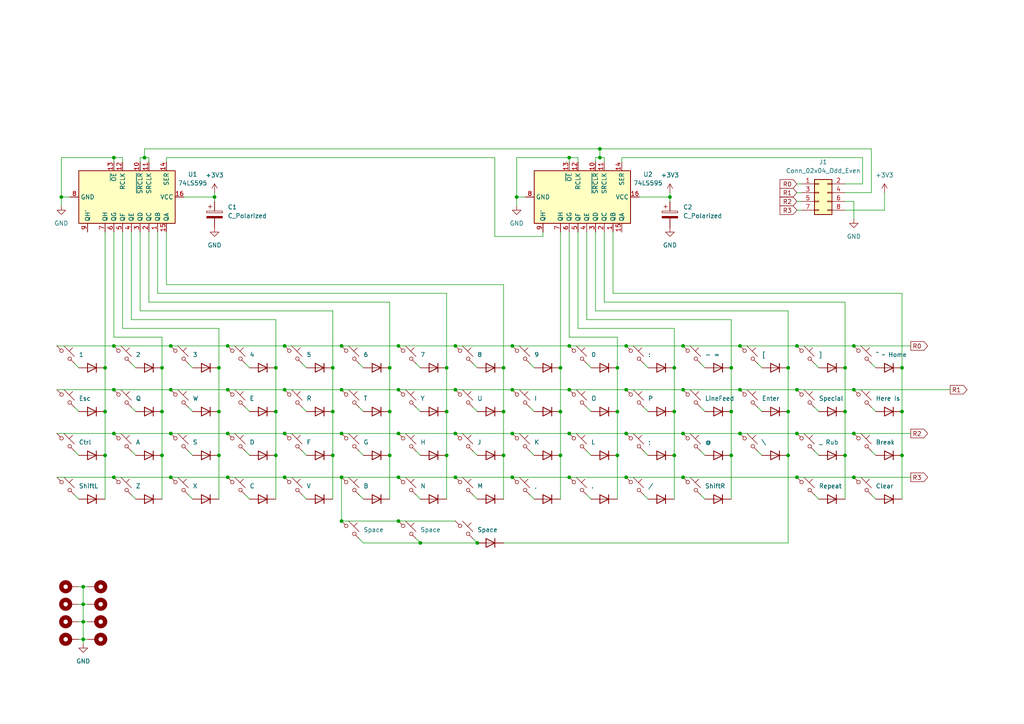
<source format=kicad_sch>
(kicad_sch (version 20211123) (generator eeschema)
  (paper "A4")
  (junction (at 33.02 100.33))
  (junction (at 162.56 106.68))
  (junction (at 148.59 113.03))
  (junction (at 96.52 106.68))
  (junction (at 146.05 106.68))
  (junction (at 247.65 138.43))
  (junction (at 24.13 175.26))
  (junction (at 24.13 170.18))
  (junction (at 115.57 113.03))
  (junction (at 148.59 125.73))
  (junction (at 82.55 113.03))
  (junction (at 132.08 138.43))
  (junction (at 261.62 106.68))
  (junction (at 212.09 132.08))
  (junction (at 99.06 125.73))
  (junction (at 165.1 45.72))
  (junction (at 165.1 113.03))
  (junction (at 96.52 119.38))
  (junction (at 63.5 106.68))
  (junction (at 49.53 100.33))
  (junction (at 82.55 100.33))
  (junction (at 99.06 151.13))
  (junction (at 121.92 157.48))
  (junction (at 149.86 57.15))
  (junction (at 181.61 113.03))
  (junction (at 245.11 106.68))
  (junction (at 214.63 125.73))
  (junction (at 99.06 113.03))
  (junction (at 80.01 119.38))
  (junction (at 66.04 100.33))
  (junction (at 132.08 125.73))
  (junction (at 63.5 119.38))
  (junction (at 129.54 106.68))
  (junction (at 113.03 119.38))
  (junction (at 228.6 119.38))
  (junction (at 228.6 132.08))
  (junction (at 179.07 106.68))
  (junction (at 162.56 119.38))
  (junction (at 33.02 45.72))
  (junction (at 132.08 100.33))
  (junction (at 66.04 125.73))
  (junction (at 30.48 106.68))
  (junction (at 165.1 138.43))
  (junction (at 49.53 138.43))
  (junction (at 148.59 138.43))
  (junction (at 30.48 119.38))
  (junction (at 66.04 113.03))
  (junction (at 24.13 180.34))
  (junction (at 115.57 125.73))
  (junction (at 17.78 57.15))
  (junction (at 173.99 43.18))
  (junction (at 181.61 138.43))
  (junction (at 195.58 106.68))
  (junction (at 181.61 100.33))
  (junction (at 115.57 100.33))
  (junction (at 198.12 100.33))
  (junction (at 173.99 45.72))
  (junction (at 115.57 151.13))
  (junction (at 41.91 45.72))
  (junction (at 162.56 132.08))
  (junction (at 146.05 132.08))
  (junction (at 33.02 125.73))
  (junction (at 247.65 113.03))
  (junction (at 46.99 132.08))
  (junction (at 231.14 100.33))
  (junction (at 247.65 125.73))
  (junction (at 99.06 100.33))
  (junction (at 198.12 113.03))
  (junction (at 49.53 125.73))
  (junction (at 129.54 119.38))
  (junction (at 179.07 132.08))
  (junction (at 247.65 100.33))
  (junction (at 195.58 119.38))
  (junction (at 231.14 113.03))
  (junction (at 24.13 185.42))
  (junction (at 46.99 119.38))
  (junction (at 66.04 138.43))
  (junction (at 181.61 125.73))
  (junction (at 212.09 119.38))
  (junction (at 214.63 100.33))
  (junction (at 132.08 113.03))
  (junction (at 245.11 132.08))
  (junction (at 261.62 132.08))
  (junction (at 165.1 125.73))
  (junction (at 62.23 57.15))
  (junction (at 231.14 125.73))
  (junction (at 80.01 106.68))
  (junction (at 195.58 132.08))
  (junction (at 82.55 138.43))
  (junction (at 228.6 106.68))
  (junction (at 148.59 100.33))
  (junction (at 99.06 138.43))
  (junction (at 212.09 106.68))
  (junction (at 115.57 138.43))
  (junction (at 129.54 132.08))
  (junction (at 82.55 125.73))
  (junction (at 261.62 119.38))
  (junction (at 245.11 119.38))
  (junction (at 198.12 125.73))
  (junction (at 113.03 132.08))
  (junction (at 231.14 138.43))
  (junction (at 96.52 132.08))
  (junction (at 30.48 132.08))
  (junction (at 46.99 106.68))
  (junction (at 33.02 113.03))
  (junction (at 194.31 57.15))
  (junction (at 33.02 138.43))
  (junction (at 198.12 138.43))
  (junction (at 165.1 100.33))
  (junction (at 80.01 132.08))
  (junction (at 146.05 119.38))
  (junction (at 113.03 106.68))
  (junction (at 49.53 113.03))
  (junction (at 214.63 113.03))
  (junction (at 179.07 119.38))
  (junction (at 138.43 157.48))
  (junction (at 63.5 132.08))
  (wire (pts (xy 172.72 45.72) (xy 173.99 45.72)))
  (wire (pts (xy 33.02 100.33) (xy 49.53 100.33)))
  (wire (pts (xy 137.16 105.41) (xy 138.43 106.68)))
  (wire (pts (xy 41.91 43.18) (xy 41.91 45.72)))
  (wire (pts (xy 212.09 92.71) (xy 212.09 106.68)))
  (wire (pts (xy 252.73 43.18) (xy 252.73 55.88)))
  (wire (pts (xy 38.1 118.11) (xy 39.37 119.38)))
  (wire (pts (xy 33.02 138.43) (xy 49.53 138.43)))
  (wire (pts (xy 71.12 118.11) (xy 72.39 119.38)))
  (wire (pts (xy 167.64 46.99) (xy 167.64 45.72)))
  (wire (pts (xy 113.03 106.68) (xy 113.03 119.38)))
  (wire (pts (xy 214.63 125.73) (xy 231.14 125.73)))
  (wire (pts (xy 82.55 125.73) (xy 99.06 125.73)))
  (wire (pts (xy 256.54 55.88) (xy 256.54 60.96)))
  (wire (pts (xy 261.62 119.38) (xy 261.62 132.08)))
  (wire (pts (xy 33.02 125.73) (xy 49.53 125.73)))
  (wire (pts (xy 252.73 105.41) (xy 254 106.68)))
  (wire (pts (xy 120.65 143.51) (xy 121.92 144.78)))
  (wire (pts (xy 212.09 106.68) (xy 212.09 119.38)))
  (wire (pts (xy 212.09 132.08) (xy 212.09 144.78)))
  (wire (pts (xy 96.52 132.08) (xy 96.52 144.78)))
  (wire (pts (xy 35.56 46.99) (xy 35.56 45.72)))
  (wire (pts (xy 120.65 156.21) (xy 121.92 157.48)))
  (wire (pts (xy 245.11 106.68) (xy 245.11 119.38)))
  (wire (pts (xy 236.22 118.11) (xy 237.49 119.38)))
  (wire (pts (xy 179.07 106.68) (xy 179.07 119.38)))
  (wire (pts (xy 104.14 156.21) (xy 105.41 157.48)))
  (wire (pts (xy 256.54 60.96) (xy 245.11 60.96)))
  (wire (pts (xy 99.06 113.03) (xy 115.57 113.03)))
  (wire (pts (xy 104.14 105.41) (xy 105.41 106.68)))
  (wire (pts (xy 22.86 170.18) (xy 24.13 170.18)))
  (wire (pts (xy 40.64 46.99) (xy 40.64 45.72)))
  (wire (pts (xy 172.72 67.31) (xy 172.72 90.17)))
  (wire (pts (xy 46.99 119.38) (xy 46.99 132.08)))
  (wire (pts (xy 185.42 57.15) (xy 194.31 57.15)))
  (wire (pts (xy 121.92 157.48) (xy 138.43 157.48)))
  (wire (pts (xy 54.61 130.81) (xy 55.88 132.08)))
  (wire (pts (xy 148.59 125.73) (xy 165.1 125.73)))
  (wire (pts (xy 203.2 130.81) (xy 204.47 132.08)))
  (wire (pts (xy 33.02 45.72) (xy 33.02 46.99)))
  (wire (pts (xy 167.64 95.25) (xy 195.58 95.25)))
  (wire (pts (xy 214.63 113.03) (xy 231.14 113.03)))
  (wire (pts (xy 245.11 58.42) (xy 247.65 58.42)))
  (wire (pts (xy 48.26 46.99) (xy 48.26 45.72)))
  (wire (pts (xy 149.86 57.15) (xy 152.4 57.15)))
  (wire (pts (xy 228.6 90.17) (xy 228.6 106.68)))
  (wire (pts (xy 181.61 113.03) (xy 198.12 113.03)))
  (wire (pts (xy 247.65 113.03) (xy 275.59 113.03)))
  (wire (pts (xy 137.16 130.81) (xy 138.43 132.08)))
  (wire (pts (xy 143.51 68.58) (xy 157.48 68.58)))
  (wire (pts (xy 17.78 57.15) (xy 17.78 59.69)))
  (wire (pts (xy 96.52 106.68) (xy 96.52 119.38)))
  (wire (pts (xy 17.78 57.15) (xy 20.32 57.15)))
  (wire (pts (xy 35.56 95.25) (xy 63.5 95.25)))
  (wire (pts (xy 203.2 105.41) (xy 204.47 106.68)))
  (wire (pts (xy 43.18 45.72) (xy 43.18 46.99)))
  (wire (pts (xy 148.59 100.33) (xy 165.1 100.33)))
  (wire (pts (xy 63.5 95.25) (xy 63.5 106.68)))
  (wire (pts (xy 236.22 105.41) (xy 237.49 106.68)))
  (wire (pts (xy 172.72 90.17) (xy 228.6 90.17)))
  (wire (pts (xy 82.55 138.43) (xy 99.06 138.43)))
  (wire (pts (xy 148.59 113.03) (xy 165.1 113.03)))
  (wire (pts (xy 30.48 106.68) (xy 30.48 119.38)))
  (wire (pts (xy 62.23 55.88) (xy 62.23 57.15)))
  (wire (pts (xy 38.1 92.71) (xy 80.01 92.71)))
  (wire (pts (xy 40.64 45.72) (xy 41.91 45.72)))
  (wire (pts (xy 49.53 125.73) (xy 66.04 125.73)))
  (wire (pts (xy 153.67 105.41) (xy 154.94 106.68)))
  (wire (pts (xy 71.12 130.81) (xy 72.39 132.08)))
  (wire (pts (xy 231.14 138.43) (xy 247.65 138.43)))
  (wire (pts (xy 48.26 82.55) (xy 146.05 82.55)))
  (wire (pts (xy 198.12 100.33) (xy 214.63 100.33)))
  (wire (pts (xy 113.03 119.38) (xy 113.03 132.08)))
  (wire (pts (xy 120.65 105.41) (xy 121.92 106.68)))
  (wire (pts (xy 175.26 67.31) (xy 175.26 87.63)))
  (wire (pts (xy 99.06 125.73) (xy 115.57 125.73)))
  (wire (pts (xy 186.69 105.41) (xy 187.96 106.68)))
  (wire (pts (xy 247.65 100.33) (xy 264.16 100.33)))
  (wire (pts (xy 115.57 151.13) (xy 132.08 151.13)))
  (wire (pts (xy 170.18 92.71) (xy 212.09 92.71)))
  (wire (pts (xy 153.67 143.51) (xy 154.94 144.78)))
  (wire (pts (xy 173.99 43.18) (xy 173.99 45.72)))
  (wire (pts (xy 214.63 100.33) (xy 231.14 100.33)))
  (wire (pts (xy 46.99 132.08) (xy 46.99 144.78)))
  (wire (pts (xy 33.02 113.03) (xy 49.53 113.03)))
  (wire (pts (xy 22.86 185.42) (xy 24.13 185.42)))
  (wire (pts (xy 179.07 97.79) (xy 179.07 106.68)))
  (wire (pts (xy 165.1 113.03) (xy 181.61 113.03)))
  (wire (pts (xy 261.62 85.09) (xy 261.62 106.68)))
  (wire (pts (xy 24.13 170.18) (xy 24.13 175.26)))
  (wire (pts (xy 146.05 106.68) (xy 146.05 119.38)))
  (wire (pts (xy 129.54 132.08) (xy 129.54 144.78)))
  (wire (pts (xy 105.41 157.48) (xy 121.92 157.48)))
  (wire (pts (xy 38.1 105.41) (xy 39.37 106.68)))
  (wire (pts (xy 63.5 106.68) (xy 63.5 119.38)))
  (wire (pts (xy 17.78 45.72) (xy 33.02 45.72)))
  (wire (pts (xy 16.51 125.73) (xy 33.02 125.73)))
  (wire (pts (xy 17.78 45.72) (xy 17.78 57.15)))
  (wire (pts (xy 228.6 132.08) (xy 228.6 157.48)))
  (wire (pts (xy 87.63 118.11) (xy 88.9 119.38)))
  (wire (pts (xy 252.73 118.11) (xy 254 119.38)))
  (wire (pts (xy 186.69 143.51) (xy 187.96 144.78)))
  (wire (pts (xy 120.65 118.11) (xy 121.92 119.38)))
  (wire (pts (xy 170.18 143.51) (xy 171.45 144.78)))
  (wire (pts (xy 120.65 130.81) (xy 121.92 132.08)))
  (wire (pts (xy 80.01 119.38) (xy 80.01 132.08)))
  (wire (pts (xy 46.99 106.68) (xy 46.99 119.38)))
  (wire (pts (xy 245.11 87.63) (xy 245.11 106.68)))
  (wire (pts (xy 162.56 106.68) (xy 162.56 119.38)))
  (wire (pts (xy 99.06 138.43) (xy 115.57 138.43)))
  (wire (pts (xy 38.1 143.51) (xy 39.37 144.78)))
  (wire (pts (xy 162.56 67.31) (xy 162.56 106.68)))
  (wire (pts (xy 186.69 118.11) (xy 187.96 119.38)))
  (wire (pts (xy 71.12 105.41) (xy 72.39 106.68)))
  (wire (pts (xy 62.23 57.15) (xy 62.23 58.42)))
  (wire (pts (xy 54.61 105.41) (xy 55.88 106.68)))
  (wire (pts (xy 48.26 82.55) (xy 48.26 67.31)))
  (wire (pts (xy 212.09 119.38) (xy 212.09 132.08)))
  (wire (pts (xy 231.14 55.88) (xy 232.41 55.88)))
  (wire (pts (xy 63.5 119.38) (xy 63.5 132.08)))
  (wire (pts (xy 146.05 119.38) (xy 146.05 132.08)))
  (wire (pts (xy 87.63 143.51) (xy 88.9 144.78)))
  (wire (pts (xy 137.16 143.51) (xy 138.43 144.78)))
  (wire (pts (xy 181.61 100.33) (xy 198.12 100.33)))
  (wire (pts (xy 33.02 97.79) (xy 46.99 97.79)))
  (wire (pts (xy 252.73 130.81) (xy 254 132.08)))
  (wire (pts (xy 228.6 106.68) (xy 228.6 119.38)))
  (wire (pts (xy 252.73 143.51) (xy 254 144.78)))
  (wire (pts (xy 129.54 119.38) (xy 129.54 132.08)))
  (wire (pts (xy 16.51 113.03) (xy 33.02 113.03)))
  (wire (pts (xy 115.57 125.73) (xy 132.08 125.73)))
  (wire (pts (xy 162.56 132.08) (xy 162.56 144.78)))
  (wire (pts (xy 33.02 67.31) (xy 33.02 97.79)))
  (wire (pts (xy 54.61 143.51) (xy 55.88 144.78)))
  (wire (pts (xy 53.34 57.15) (xy 62.23 57.15)))
  (wire (pts (xy 173.99 43.18) (xy 252.73 43.18)))
  (wire (pts (xy 228.6 119.38) (xy 228.6 132.08)))
  (wire (pts (xy 261.62 132.08) (xy 261.62 144.78)))
  (wire (pts (xy 231.14 53.34) (xy 232.41 53.34)))
  (wire (pts (xy 80.01 106.68) (xy 80.01 119.38)))
  (wire (pts (xy 261.62 106.68) (xy 261.62 119.38)))
  (wire (pts (xy 180.34 45.72) (xy 250.19 45.72)))
  (wire (pts (xy 54.61 118.11) (xy 55.88 119.38)))
  (wire (pts (xy 132.08 138.43) (xy 148.59 138.43)))
  (wire (pts (xy 177.8 85.09) (xy 261.62 85.09)))
  (wire (pts (xy 247.65 58.42) (xy 247.65 63.5)))
  (wire (pts (xy 71.12 143.51) (xy 72.39 144.78)))
  (wire (pts (xy 143.51 45.72) (xy 143.51 68.58)))
  (wire (pts (xy 149.86 57.15) (xy 149.86 59.69)))
  (wire (pts (xy 175.26 87.63) (xy 245.11 87.63)))
  (wire (pts (xy 165.1 125.73) (xy 181.61 125.73)))
  (wire (pts (xy 162.56 119.38) (xy 162.56 132.08)))
  (wire (pts (xy 247.65 138.43) (xy 264.16 138.43)))
  (wire (pts (xy 231.14 125.73) (xy 247.65 125.73)))
  (wire (pts (xy 250.19 45.72) (xy 250.19 53.34)))
  (wire (pts (xy 175.26 45.72) (xy 175.26 46.99)))
  (wire (pts (xy 25.4 175.26) (xy 24.13 175.26)))
  (wire (pts (xy 173.99 45.72) (xy 175.26 45.72)))
  (wire (pts (xy 25.4 180.34) (xy 24.13 180.34)))
  (wire (pts (xy 167.64 67.31) (xy 167.64 95.25)))
  (wire (pts (xy 30.48 119.38) (xy 30.48 132.08)))
  (wire (pts (xy 40.64 90.17) (xy 40.64 67.31)))
  (wire (pts (xy 245.11 53.34) (xy 250.19 53.34)))
  (wire (pts (xy 157.48 68.58) (xy 157.48 67.31)))
  (wire (pts (xy 41.91 45.72) (xy 43.18 45.72)))
  (wire (pts (xy 170.18 67.31) (xy 170.18 92.71)))
  (wire (pts (xy 236.22 143.51) (xy 237.49 144.78)))
  (wire (pts (xy 41.91 43.18) (xy 173.99 43.18)))
  (wire (pts (xy 179.07 132.08) (xy 179.07 144.78)))
  (wire (pts (xy 219.71 118.11) (xy 220.98 119.38)))
  (wire (pts (xy 132.08 100.33) (xy 148.59 100.33)))
  (wire (pts (xy 170.18 130.81) (xy 171.45 132.08)))
  (wire (pts (xy 165.1 45.72) (xy 167.64 45.72)))
  (wire (pts (xy 24.13 180.34) (xy 24.13 185.42)))
  (wire (pts (xy 38.1 130.81) (xy 39.37 132.08)))
  (wire (pts (xy 198.12 138.43) (xy 231.14 138.43)))
  (wire (pts (xy 195.58 132.08) (xy 195.58 144.78)))
  (wire (pts (xy 43.18 87.63) (xy 43.18 67.31)))
  (wire (pts (xy 21.59 130.81) (xy 22.86 132.08)))
  (wire (pts (xy 170.18 105.41) (xy 171.45 106.68)))
  (wire (pts (xy 46.99 97.79) (xy 46.99 106.68)))
  (wire (pts (xy 181.61 138.43) (xy 198.12 138.43)))
  (wire (pts (xy 203.2 143.51) (xy 204.47 144.78)))
  (wire (pts (xy 195.58 119.38) (xy 195.58 132.08)))
  (wire (pts (xy 148.59 138.43) (xy 165.1 138.43)))
  (wire (pts (xy 66.04 125.73) (xy 82.55 125.73)))
  (wire (pts (xy 25.4 170.18) (xy 24.13 170.18)))
  (wire (pts (xy 245.11 132.08) (xy 245.11 144.78)))
  (wire (pts (xy 25.4 185.42) (xy 24.13 185.42)))
  (wire (pts (xy 195.58 95.25) (xy 195.58 106.68)))
  (wire (pts (xy 129.54 106.68) (xy 129.54 119.38)))
  (wire (pts (xy 24.13 185.42) (xy 24.13 186.69)))
  (wire (pts (xy 132.08 125.73) (xy 148.59 125.73)))
  (wire (pts (xy 49.53 138.43) (xy 66.04 138.43)))
  (wire (pts (xy 87.63 130.81) (xy 88.9 132.08)))
  (wire (pts (xy 99.06 151.13) (xy 115.57 151.13)))
  (wire (pts (xy 186.69 130.81) (xy 187.96 132.08)))
  (wire (pts (xy 33.02 45.72) (xy 35.56 45.72)))
  (wire (pts (xy 198.12 113.03) (xy 214.63 113.03)))
  (wire (pts (xy 231.14 100.33) (xy 247.65 100.33)))
  (wire (pts (xy 66.04 138.43) (xy 82.55 138.43)))
  (wire (pts (xy 30.48 67.31) (xy 30.48 106.68)))
  (wire (pts (xy 219.71 130.81) (xy 220.98 132.08)))
  (wire (pts (xy 177.8 67.31) (xy 177.8 85.09)))
  (wire (pts (xy 165.1 67.31) (xy 165.1 97.79)))
  (wire (pts (xy 113.03 87.63) (xy 113.03 106.68)))
  (wire (pts (xy 99.06 100.33) (xy 115.57 100.33)))
  (wire (pts (xy 49.53 113.03) (xy 66.04 113.03)))
  (wire (pts (xy 129.54 85.09) (xy 129.54 106.68)))
  (wire (pts (xy 104.14 118.11) (xy 105.41 119.38)))
  (wire (pts (xy 132.08 113.03) (xy 148.59 113.03)))
  (wire (pts (xy 87.63 105.41) (xy 88.9 106.68)))
  (wire (pts (xy 115.57 113.03) (xy 132.08 113.03)))
  (wire (pts (xy 43.18 87.63) (xy 113.03 87.63)))
  (wire (pts (xy 21.59 143.51) (xy 22.86 144.78)))
  (wire (pts (xy 137.16 156.21) (xy 138.43 157.48)))
  (wire (pts (xy 198.12 125.73) (xy 214.63 125.73)))
  (wire (pts (xy 16.51 138.43) (xy 33.02 138.43)))
  (wire (pts (xy 82.55 113.03) (xy 99.06 113.03)))
  (wire (pts (xy 194.31 55.88) (xy 194.31 57.15)))
  (wire (pts (xy 35.56 95.25) (xy 35.56 67.31)))
  (wire (pts (xy 21.59 118.11) (xy 22.86 119.38)))
  (wire (pts (xy 22.86 175.26) (xy 24.13 175.26)))
  (wire (pts (xy 203.2 118.11) (xy 204.47 119.38)))
  (wire (pts (xy 146.05 132.08) (xy 146.05 144.78)))
  (wire (pts (xy 245.11 55.88) (xy 252.73 55.88)))
  (wire (pts (xy 30.48 132.08) (xy 30.48 144.78)))
  (wire (pts (xy 236.22 130.81) (xy 237.49 132.08)))
  (wire (pts (xy 228.6 157.48) (xy 146.05 157.48)))
  (wire (pts (xy 172.72 46.99) (xy 172.72 45.72)))
  (wire (pts (xy 21.59 105.41) (xy 22.86 106.68)))
  (wire (pts (xy 146.05 82.55) (xy 146.05 106.68)))
  (wire (pts (xy 99.06 138.43) (xy 99.06 151.13)))
  (wire (pts (xy 66.04 100.33) (xy 82.55 100.33)))
  (wire (pts (xy 113.03 132.08) (xy 113.03 144.78)))
  (wire (pts (xy 115.57 138.43) (xy 132.08 138.43)))
  (wire (pts (xy 16.51 100.33) (xy 33.02 100.33)))
  (wire (pts (xy 165.1 97.79) (xy 179.07 97.79)))
  (wire (pts (xy 45.72 85.09) (xy 129.54 85.09)))
  (wire (pts (xy 22.86 180.34) (xy 24.13 180.34)))
  (wire (pts (xy 231.14 58.42) (xy 232.41 58.42)))
  (wire (pts (xy 153.67 118.11) (xy 154.94 119.38)))
  (wire (pts (xy 38.1 92.71) (xy 38.1 67.31)))
  (wire (pts (xy 104.14 143.51) (xy 105.41 144.78)))
  (wire (pts (xy 219.71 105.41) (xy 220.98 106.68)))
  (wire (pts (xy 80.01 92.71) (xy 80.01 106.68)))
  (wire (pts (xy 247.65 125.73) (xy 264.16 125.73)))
  (wire (pts (xy 104.14 130.81) (xy 105.41 132.08)))
  (wire (pts (xy 80.01 132.08) (xy 80.01 144.78)))
  (wire (pts (xy 165.1 45.72) (xy 165.1 46.99)))
  (wire (pts (xy 96.52 119.38) (xy 96.52 132.08)))
  (wire (pts (xy 63.5 132.08) (xy 63.5 144.78)))
  (wire (pts (xy 115.57 100.33) (xy 132.08 100.33)))
  (wire (pts (xy 82.55 100.33) (xy 99.06 100.33)))
  (wire (pts (xy 149.86 45.72) (xy 165.1 45.72)))
  (wire (pts (xy 45.72 85.09) (xy 45.72 67.31)))
  (wire (pts (xy 66.04 113.03) (xy 82.55 113.03)))
  (wire (pts (xy 49.53 100.33) (xy 66.04 100.33)))
  (wire (pts (xy 40.64 90.17) (xy 96.52 90.17)))
  (wire (pts (xy 165.1 138.43) (xy 181.61 138.43)))
  (wire (pts (xy 231.14 113.03) (xy 247.65 113.03)))
  (wire (pts (xy 179.07 119.38) (xy 179.07 132.08)))
  (wire (pts (xy 137.16 118.11) (xy 138.43 119.38)))
  (wire (pts (xy 48.26 45.72) (xy 143.51 45.72)))
  (wire (pts (xy 96.52 90.17) (xy 96.52 106.68)))
  (wire (pts (xy 180.34 45.72) (xy 180.34 46.99)))
  (wire (pts (xy 170.18 118.11) (xy 171.45 119.38)))
  (wire (pts (xy 195.58 106.68) (xy 195.58 119.38)))
  (wire (pts (xy 231.14 60.96) (xy 232.41 60.96)))
  (wire (pts (xy 165.1 100.33) (xy 181.61 100.33)))
  (wire (pts (xy 149.86 45.72) (xy 149.86 57.15)))
  (wire (pts (xy 245.11 119.38) (xy 245.11 132.08)))
  (wire (pts (xy 24.13 175.26) (xy 24.13 180.34)))
  (wire (pts (xy 153.67 130.81) (xy 154.94 132.08)))
  (wire (pts (xy 194.31 57.15) (xy 194.31 58.42)))
  (wire (pts (xy 181.61 125.73) (xy 198.12 125.73)))
  (global_label "R0" (shape output) (at 264.16 100.33 0) (property "Intersheet References" "${INTERSHEET_REFS}" (effects hide)))
  (global_label "R0" (shape input) (at 231.14 53.34 180) (property "Intersheet References" "${INTERSHEET_REFS}" (effects hide)))
  (global_label "R1" (shape output) (at 275.59 113.03 0) (property "Intersheet References" "${INTERSHEET_REFS}" (effects hide)))
  (global_label "R2" (shape input) (at 231.14 58.42 180) (property "Intersheet References" "${INTERSHEET_REFS}" (effects hide)))
  (global_label "R1" (shape input) (at 231.14 55.88 180) (property "Intersheet References" "${INTERSHEET_REFS}" (effects hide)))
  (global_label "R3" (shape output) (at 264.16 138.43 0) (property "Intersheet References" "${INTERSHEET_REFS}" (effects hide)))
  (global_label "R2" (shape output) (at 264.16 125.73 0) (property "Intersheet References" "${INTERSHEET_REFS}" (effects hide)))
  (global_label "R3" (shape input) (at 231.14 60.96 180) (property "Intersheet References" "${INTERSHEET_REFS}" (effects hide)))
  (symbol (lib_id "Switch:SW_Push_45deg") (at 233.68 102.87 270) (mirror x) (unit 1)
    (property "Reference" "SW55" (effects hide))
    (property "Value" "]" (at 237.49 102.8699 90) (effects (justify left)))
    (property "Footprint" "Keys:SW_Hybrid_Cherry_MX_Alps_1.00u" (effects hide))
  )
  (symbol (lib_id "Diode:1N4148") (at 241.3 132.08 0) (mirror y) (unit 1)
    (property "Reference" "D54" (effects hide))
    (property "Value" "1N4148" (effects hide))
    (property "Footprint" "Diode_THT:D_DO-35_SOD27_P7.62mm_Horizontal" (effects hide))
    (property "Datasheet" "https://assets.nexperia.com/documents/data-sheet/1N4148_1N4448.pdf" (effects hide))
  )
  (symbol (lib_id "Diode:1N4148") (at 224.79 106.68 0) (mirror y) (unit 1)
    (property "Reference" "D50" (effects hide))
    (property "Value" "1N4148" (effects hide))
    (property "Footprint" "Diode_THT:D_DO-35_SOD27_P7.62mm_Horizontal" (effects hide))
    (property "Datasheet" "https://assets.nexperia.com/documents/data-sheet/1N4148_1N4448.pdf" (effects hide))
  )
  (symbol (lib_id "Switch:SW_Push_45deg") (at 233.68 115.57 270) (mirror x) (unit 1)
    (property "Reference" "SW62" (effects hide))
    (property "Value" "Special" (at 237.49 115.5699 90) (effects (justify left)))
    (property "Footprint" "Button_Switch_THT:SW_PUSH-12mm" (effects hide))
  )
  (symbol (lib_id "Switch:SW_Push_45deg") (at 200.66 115.57 270) (mirror x) (unit 1)
    (property "Reference" "SW49" (effects hide))
    (property "Value" "LineFeed" (at 204.47 115.5699 90) (effects (justify left)))
    (property "Footprint" "Keys:SW_Hybrid_Cherry_MX_Alps_1.00u" (effects hide))
  )
  (symbol (lib_id "Diode:1N4148") (at 191.77 106.68 0) (mirror y) (unit 1)
    (property "Reference" "D42" (effects hide))
    (property "Value" "1N4148" (effects hide))
    (property "Footprint" "Diode_THT:D_DO-35_SOD27_P7.62mm_Horizontal" (effects hide))
    (property "Datasheet" "https://assets.nexperia.com/documents/data-sheet/1N4148_1N4448.pdf" (effects hide))
  )
  (symbol (lib_id "Mechanical:MountingHole_Pad") (at 27.94 175.26 270) (unit 1)
    (property "Reference" "H7" (effects hide))
    (property "Value" "MountingHole_Pad" (effects hide))
    (property "Footprint" "MountingHole:MountingHole_3.2mm_M3_Pad_Via" (effects hide))
  )
  (symbol (lib_id "Switch:SW_Push_45deg") (at 52.07 128.27 270) (mirror x) (unit 1)
    (property "Reference" "SW11" (effects hide))
    (property "Value" "S" (at 55.88 128.2699 90) (effects (justify left)))
    (property "Footprint" "Keys:SW_Hybrid_Cherry_MX_Alps_1.00u" (effects hide))
  )
  (symbol (lib_id "Diode:1N4148") (at 191.77 144.78 0) (mirror y) (unit 1)
    (property "Reference" "D45" (effects hide))
    (property "Value" "1N4148" (effects hide))
    (property "Footprint" "Diode_THT:D_DO-35_SOD27_P7.62mm_Horizontal" (effects hide))
    (property "Datasheet" "https://assets.nexperia.com/documents/data-sheet/1N4148_1N4448.pdf" (effects hide))
  )
  (symbol (lib_id "Diode:1N4148") (at 43.18 106.68 0) (mirror y) (unit 1)
    (property "Reference" "D5" (effects hide))
    (property "Value" "1N4148" (effects hide))
    (property "Footprint" "Diode_THT:D_DO-35_SOD27_P7.62mm_Horizontal" (effects hide))
    (property "Datasheet" "https://assets.nexperia.com/documents/data-sheet/1N4148_1N4448.pdf" (effects hide))
  )
  (symbol (lib_id "Switch:SW_Push_45deg") (at 101.6 102.87 270) (mirror x) (unit 1)
    (property "Reference" "SW21" (effects hide))
    (property "Value" "6" (at 105.41 102.8699 90) (effects (justify left)))
    (property "Footprint" "Keys:SW_Hybrid_Cherry_MX_Alps_1.00u" (effects hide))
  )
  (symbol (lib_id "Diode:1N4148") (at 142.24 106.68 0) (mirror y) (unit 1)
    (property "Reference" "D29" (effects hide))
    (property "Value" "1N4148" (effects hide))
    (property "Footprint" "Diode_THT:D_DO-35_SOD27_P7.62mm_Horizontal" (effects hide))
    (property "Datasheet" "https://assets.nexperia.com/documents/data-sheet/1N4148_1N4448.pdf" (effects hide))
  )
  (symbol (lib_id "Switch:SW_Push_45deg") (at 101.6 140.97 270) (mirror x) (unit 1)
    (property "Reference" "SW24" (effects hide))
    (property "Value" "B" (at 105.41 140.9699 90) (effects (justify left)))
    (property "Footprint" "Keys:SW_Hybrid_Cherry_MX_Alps_1.00u" (effects hide))
  )
  (symbol (lib_id "Diode:1N4148") (at 43.18 144.78 0) (mirror y) (unit 1)
    (property "Reference" "D8" (effects hide))
    (property "Value" "1N4148" (effects hide))
    (property "Footprint" "Diode_THT:D_DO-35_SOD27_P7.62mm_Horizontal" (effects hide))
    (property "Datasheet" "https://assets.nexperia.com/documents/data-sheet/1N4148_1N4448.pdf" (effects hide))
  )
  (symbol (lib_id "Switch:SW_Push_45deg") (at 217.17 102.87 270) (mirror x) (unit 1)
    (property "Reference" "SW52" (effects hide))
    (property "Value" "[" (at 220.98 102.8699 90) (effects (justify left)))
    (property "Footprint" "Keys:SW_Hybrid_Cherry_MX_Alps_1.00u" (effects hide))
  )
  (symbol (lib_id "Switch:SW_Push_45deg") (at 167.64 115.57 270) (mirror x) (unit 1)
    (property "Reference" "SW41" (effects hide))
    (property "Value" "O" (at 171.45 115.5699 90) (effects (justify left)))
    (property "Footprint" "Keys:SW_Hybrid_Cherry_MX_Alps_1.00u" (effects hide))
  )
  (symbol (lib_id "Switch:SW_Push_45deg") (at 250.19 102.87 270) (mirror x) (unit 1)
    (property "Reference" "SW58" (effects hide))
    (property "Value" "^ ~ Home" (at 254 102.8699 90) (effects (justify left)))
    (property "Footprint" "Keys:SW_Hybrid_Cherry_MX_Alps_1.00u" (effects hide))
  )
  (symbol (lib_id "Switch:SW_Push_45deg") (at 35.56 102.87 270) (mirror x) (unit 1)
    (property "Reference" "SW5" (effects hide))
    (property "Value" "2" (at 39.37 102.8699 90) (effects (justify left)))
    (property "Footprint" "Keys:SW_Hybrid_Cherry_MX_Alps_1.00u" (effects hide))
  )
  (symbol (lib_id "Diode:1N4148") (at 175.26 144.78 0) (mirror y) (unit 1)
    (property "Reference" "D41" (effects hide))
    (property "Value" "1N4148" (effects hide))
    (property "Footprint" "Diode_THT:D_DO-35_SOD27_P7.62mm_Horizontal" (effects hide))
    (property "Datasheet" "https://assets.nexperia.com/documents/data-sheet/1N4148_1N4448.pdf" (effects hide))
  )
  (symbol (lib_id "Diode:1N4148") (at 241.3 106.68 0) (mirror y) (unit 1)
    (property "Reference" "D53" (effects hide))
    (property "Value" "1N4148" (effects hide))
    (property "Footprint" "Diode_THT:D_DO-35_SOD27_P7.62mm_Horizontal" (effects hide))
    (property "Datasheet" "https://assets.nexperia.com/documents/data-sheet/1N4148_1N4448.pdf" (effects hide))
  )
  (symbol (lib_id "power:GND") (at 149.86 59.69 0) (unit 1)
    (property "Reference" "#PWR0101" (effects hide))
    (property "Value" "GND" (at 149.86 64.77 0))
  )
  (symbol (lib_id "Mechanical:MountingHole_Pad") (at 20.32 185.42 90) (unit 1)
    (property "Reference" "H5" (effects hide))
    (property "Value" "MountingHole_Pad" (effects hide))
    (property "Footprint" "MountingHole:MountingHole_3.2mm_M3_Pad_Via" (effects hide))
  )
  (symbol (lib_id "Diode:1N4148") (at 26.67 144.78 0) (mirror y) (unit 1)
    (property "Reference" "D4" (effects hide))
    (property "Value" "1N4148" (effects hide))
    (property "Footprint" "Diode_THT:D_DO-35_SOD27_P7.62mm_Horizontal" (effects hide))
    (property "Datasheet" "https://assets.nexperia.com/documents/data-sheet/1N4148_1N4448.pdf" (effects hide))
  )
  (symbol (lib_id "Diode:1N4148") (at 59.69 144.78 0) (mirror y) (unit 1)
    (property "Reference" "D12" (effects hide))
    (property "Value" "1N4148" (effects hide))
    (property "Footprint" "Diode_THT:D_DO-35_SOD27_P7.62mm_Horizontal" (effects hide))
    (property "Datasheet" "https://assets.nexperia.com/documents/data-sheet/1N4148_1N4448.pdf" (effects hide))
  )
  (symbol (lib_id "Mechanical:MountingHole_Pad") (at 20.32 170.18 90) (unit 1)
    (property "Reference" "H2" (effects hide))
    (property "Value" "MountingHole_Pad" (effects hide))
    (property "Footprint" "MountingHole:MountingHole_3.2mm_M3_Pad_Via" (effects hide))
  )
  (symbol (lib_id "Switch:SW_Push_45deg") (at 134.62 102.87 270) (mirror x) (unit 1)
    (property "Reference" "SW31" (effects hide))
    (property "Value" "8" (at 138.43 102.8699 90) (effects (justify left)))
    (property "Footprint" "Keys:SW_Hybrid_Cherry_MX_Alps_1.00u" (effects hide))
  )
  (symbol (lib_id "Switch:SW_Push_45deg") (at 101.6 115.57 270) (mirror x) (unit 1)
    (property "Reference" "SW22" (effects hide))
    (property "Value" "T" (at 105.41 115.5699 90) (effects (justify left)))
    (property "Footprint" "Keys:SW_Hybrid_Cherry_MX_Alps_1.00u" (effects hide))
  )
  (symbol (lib_id "power:+3V3") (at 194.31 55.88 0) (unit 1)
    (property "Reference" "#PWR0105" (effects hide))
    (property "Value" "+3V3" (at 194.31 50.8 0))
  )
  (symbol (lib_id "Switch:SW_Push_45deg") (at 85.09 140.97 270) (mirror x) (unit 1)
    (property "Reference" "SW20" (effects hide))
    (property "Value" "V" (at 88.9 140.9699 90) (effects (justify left)))
    (property "Footprint" "Keys:SW_Hybrid_Cherry_MX_Alps_1.00u" (effects hide))
  )
  (symbol (lib_id "Diode:1N4148") (at 26.67 106.68 0) (mirror y) (unit 1)
    (property "Reference" "D1" (effects hide))
    (property "Value" "1N4148" (effects hide))
    (property "Footprint" "Diode_THT:D_DO-35_SOD27_P7.62mm_Horizontal" (effects hide))
    (property "Datasheet" "https://assets.nexperia.com/documents/data-sheet/1N4148_1N4448.pdf" (effects hide))
  )
  (symbol (lib_id "Diode:1N4148") (at 92.71 119.38 0) (mirror y) (unit 1)
    (property "Reference" "D18" (effects hide))
    (property "Value" "1N4148" (effects hide))
    (property "Footprint" "Diode_THT:D_DO-35_SOD27_P7.62mm_Horizontal" (effects hide))
    (property "Datasheet" "https://assets.nexperia.com/documents/data-sheet/1N4148_1N4448.pdf" (effects hide))
  )
  (symbol (lib_id "Diode:1N4148") (at 92.71 144.78 0) (mirror y) (unit 1)
    (property "Reference" "D20" (effects hide))
    (property "Value" "1N4148" (effects hide))
    (property "Footprint" "Diode_THT:D_DO-35_SOD27_P7.62mm_Horizontal" (effects hide))
    (property "Datasheet" "https://assets.nexperia.com/documents/data-sheet/1N4148_1N4448.pdf" (effects hide))
  )
  (symbol (lib_id "Diode:1N4148") (at 175.26 119.38 0) (mirror y) (unit 1)
    (property "Reference" "D39" (effects hide))
    (property "Value" "1N4148" (effects hide))
    (property "Footprint" "Diode_THT:D_DO-35_SOD27_P7.62mm_Horizontal" (effects hide))
    (property "Datasheet" "https://assets.nexperia.com/documents/data-sheet/1N4148_1N4448.pdf" (effects hide))
  )
  (symbol (lib_id "Diode:1N4148") (at 76.2 132.08 0) (mirror y) (unit 1)
    (property "Reference" "D15" (effects hide))
    (property "Value" "1N4148" (effects hide))
    (property "Footprint" "Diode_THT:D_DO-35_SOD27_P7.62mm_Horizontal" (effects hide))
    (property "Datasheet" "https://assets.nexperia.com/documents/data-sheet/1N4148_1N4448.pdf" (effects hide))
  )
  (symbol (lib_id "Switch:SW_Push_45deg") (at 52.07 140.97 270) (mirror x) (unit 1)
    (property "Reference" "SW12" (effects hide))
    (property "Value" "X" (at 55.88 140.9699 90) (effects (justify left)))
    (property "Footprint" "Keys:SW_Hybrid_Cherry_MX_Alps_1.00u" (effects hide))
  )
  (symbol (lib_id "Switch:SW_Push_45deg") (at 118.11 153.67 270) (mirror x) (unit 1)
    (property "Reference" "SW30" (effects hide))
    (property "Value" "Space" (at 121.92 153.6699 90) (effects (justify left)))
    (property "Footprint" "Keys:SW_Hybrid_Cherry_MX_Alps_2.00u" (effects hide))
  )
  (symbol (lib_id "Diode:1N4148") (at 125.73 132.08 0) (mirror y) (unit 1)
    (property "Reference" "D27" (effects hide))
    (property "Value" "1N4148" (effects hide))
    (property "Footprint" "Diode_THT:D_DO-35_SOD27_P7.62mm_Horizontal" (effects hide))
    (property "Datasheet" "https://assets.nexperia.com/documents/data-sheet/1N4148_1N4448.pdf" (effects hide))
  )
  (symbol (lib_id "Diode:1N4148") (at 158.75 132.08 0) (mirror y) (unit 1)
    (property "Reference" "D36" (effects hide))
    (property "Value" "1N4148" (effects hide))
    (property "Footprint" "Diode_THT:D_DO-35_SOD27_P7.62mm_Horizontal" (effects hide))
    (property "Datasheet" "https://assets.nexperia.com/documents/data-sheet/1N4148_1N4448.pdf" (effects hide))
  )
  (symbol (lib_id "Diode:1N4148") (at 241.3 119.38 0) (mirror y) (unit 1)
    (property "Reference" "D60" (effects hide))
    (property "Value" "1N4148" (effects hide))
    (property "Footprint" "Diode_THT:D_DO-35_SOD27_P7.62mm_Horizontal" (effects hide))
    (property "Datasheet" "https://assets.nexperia.com/documents/data-sheet/1N4148_1N4448.pdf" (effects hide))
  )
  (symbol (lib_id "Switch:SW_Push_45deg") (at 85.09 115.57 270) (mirror x) (unit 1)
    (property "Reference" "SW18" (effects hide))
    (property "Value" "R" (at 88.9 115.5699 90) (effects (justify left)))
    (property "Footprint" "Keys:SW_Hybrid_Cherry_MX_Alps_1.00u" (effects hide))
  )
  (symbol (lib_id "Diode:1N4148") (at 257.81 119.38 0) (mirror y) (unit 1)
    (property "Reference" "D57" (effects hide))
    (property "Value" "1N4148" (effects hide))
    (property "Footprint" "Diode_THT:D_DO-35_SOD27_P7.62mm_Horizontal" (effects hide))
    (property "Datasheet" "https://assets.nexperia.com/documents/data-sheet/1N4148_1N4448.pdf" (effects hide))
  )
  (symbol (lib_id "Diode:1N4148") (at 26.67 132.08 0) (mirror y) (unit 1)
    (property "Reference" "D3" (effects hide))
    (property "Value" "1N4148" (effects hide))
    (property "Footprint" "Diode_THT:D_DO-35_SOD27_P7.62mm_Horizontal" (effects hide))
    (property "Datasheet" "https://assets.nexperia.com/documents/data-sheet/1N4148_1N4448.pdf" (effects hide))
  )
  (symbol (lib_id "power:GND") (at 17.78 59.69 0) (unit 1)
    (property "Reference" "#PWR0104" (effects hide))
    (property "Value" "GND" (at 17.78 64.77 0))
  )
  (symbol (lib_id "Switch:SW_Push_45deg") (at 167.64 140.97 270) (mirror x) (unit 1)
    (property "Reference" "SW43" (effects hide))
    (property "Value" "." (at 171.45 140.9699 90) (effects (justify left)))
    (property "Footprint" "Keys:SW_Hybrid_Cherry_MX_Alps_1.00u" (effects hide))
  )
  (symbol (lib_id "Switch:SW_Push_45deg") (at 250.19 128.27 270) (mirror x) (unit 1)
    (property "Reference" "SW60" (effects hide))
    (property "Value" "Break" (at 254 128.2699 90) (effects (justify left)))
    (property "Footprint" "Keys:SW_Hybrid_Cherry_MX_Alps_1.00u" (effects hide))
  )
  (symbol (lib_id "Switch:SW_Push_45deg") (at 19.05 115.57 270) (mirror x) (unit 1)
    (property "Reference" "SW2" (effects hide))
    (property "Value" "Esc" (at 22.86 115.5699 90) (effects (justify left)))
    (property "Footprint" "Keys:SW_Hybrid_Cherry_MX_Alps_1.00u" (effects hide))
  )
  (symbol (lib_id "Mechanical:MountingHole_Pad") (at 27.94 180.34 270) (unit 1)
    (property "Reference" "H8" (effects hide))
    (property "Value" "MountingHole_Pad" (effects hide))
    (property "Footprint" "MountingHole:MountingHole_3.2mm_M3_Pad_Via" (effects hide))
  )
  (symbol (lib_id "Mechanical:MountingHole_Pad") (at 27.94 185.42 270) (unit 1)
    (property "Reference" "H1" (effects hide))
    (property "Value" "MountingHole_Pad" (effects hide))
    (property "Footprint" "MountingHole:MountingHole_3.2mm_M3_Pad_Via" (effects hide))
  )
  (symbol (lib_id "Switch:SW_Push_45deg") (at 151.13 102.87 270) (mirror x) (unit 1)
    (property "Reference" "SW36" (effects hide))
    (property "Value" "9" (at 154.94 102.8699 90) (effects (justify left)))
    (property "Footprint" "Keys:SW_Hybrid_Cherry_MX_Alps_1.00u" (effects hide))
  )
  (symbol (lib_id "Switch:SW_Push_45deg") (at 52.07 115.57 270) (mirror x) (unit 1)
    (property "Reference" "SW10" (effects hide))
    (property "Value" "W" (at 55.88 115.5699 90) (effects (justify left)))
    (property "Footprint" "Keys:SW_Hybrid_Cherry_MX_Alps_1.00u" (effects hide))
  )
  (symbol (lib_id "Switch:SW_Push_45deg") (at 118.11 128.27 270) (mirror x) (unit 1)
    (property "Reference" "SW28" (effects hide))
    (property "Value" "H" (at 121.92 128.2699 90) (effects (justify left)))
    (property "Footprint" "Keys:SW_Hybrid_Cherry_MX_Alps_1.00u" (effects hide))
  )
  (symbol (lib_id "Diode:1N4148") (at 224.79 119.38 0) (mirror y) (unit 1)
    (property "Reference" "D51" (effects hide))
    (property "Value" "1N4148" (effects hide))
    (property "Footprint" "Diode_THT:D_DO-35_SOD27_P7.62mm_Horizontal" (effects hide))
    (property "Datasheet" "https://assets.nexperia.com/documents/data-sheet/1N4148_1N4448.pdf" (effects hide))
  )
  (symbol (lib_id "Diode:1N4148") (at 76.2 119.38 0) (mirror y) (unit 1)
    (property "Reference" "D14" (effects hide))
    (property "Value" "1N4148" (effects hide))
    (property "Footprint" "Diode_THT:D_DO-35_SOD27_P7.62mm_Horizontal" (effects hide))
    (property "Datasheet" "https://assets.nexperia.com/documents/data-sheet/1N4148_1N4448.pdf" (effects hide))
  )
  (symbol (lib_id "Diode:1N4148") (at 257.81 106.68 0) (mirror y) (unit 1)
    (property "Reference" "D56" (effects hide))
    (property "Value" "1N4148" (effects hide))
    (property "Footprint" "Diode_THT:D_DO-35_SOD27_P7.62mm_Horizontal" (effects hide))
    (property "Datasheet" "https://assets.nexperia.com/documents/data-sheet/1N4148_1N4448.pdf" (effects hide))
  )
  (symbol (lib_id "Diode:1N4148") (at 142.24 119.38 0) (mirror y) (unit 1)
    (property "Reference" "D30" (effects hide))
    (property "Value" "1N4148" (effects hide))
    (property "Footprint" "Diode_THT:D_DO-35_SOD27_P7.62mm_Horizontal" (effects hide))
    (property "Datasheet" "https://assets.nexperia.com/documents/data-sheet/1N4148_1N4448.pdf" (effects hide))
  )
  (symbol (lib_id "Switch:SW_Push_45deg") (at 85.09 128.27 270) (mirror x) (unit 1)
    (property "Reference" "SW19" (effects hide))
    (property "Value" "F" (at 88.9 128.2699 90) (effects (justify left)))
    (property "Footprint" "Keys:SW_Hybrid_Cherry_MX_Alps_1.00u" (effects hide))
  )
  (symbol (lib_id "Diode:1N4148") (at 76.2 106.68 0) (mirror y) (unit 1)
    (property "Reference" "D13" (effects hide))
    (property "Value" "1N4148" (effects hide))
    (property "Footprint" "Diode_THT:D_DO-35_SOD27_P7.62mm_Horizontal" (effects hide))
    (property "Datasheet" "https://assets.nexperia.com/documents/data-sheet/1N4148_1N4448.pdf" (effects hide))
  )
  (symbol (lib_id "Switch:SW_Push_45deg") (at 151.13 115.57 270) (mirror x) (unit 1)
    (property "Reference" "SW37" (effects hide))
    (property "Value" "I" (at 154.94 115.5699 90) (effects (justify left)))
    (property "Footprint" "Keys:SW_Hybrid_Cherry_MX_Alps_1.00u" (effects hide))
  )
  (symbol (lib_id "Diode:1N4148") (at 208.28 106.68 0) (mirror y) (unit 1)
    (property "Reference" "D46" (effects hide))
    (property "Value" "1N4148" (effects hide))
    (property "Footprint" "Diode_THT:D_DO-35_SOD27_P7.62mm_Horizontal" (effects hide))
    (property "Datasheet" "https://assets.nexperia.com/documents/data-sheet/1N4148_1N4448.pdf" (effects hide))
  )
  (symbol (lib_id "Mechanical:MountingHole_Pad") (at 20.32 175.26 90) (unit 1)
    (property "Reference" "H3" (effects hide))
    (property "Value" "MountingHole_Pad" (effects hide))
    (property "Footprint" "MountingHole:MountingHole_3.2mm_M3_Pad_Via" (effects hide))
  )
  (symbol (lib_id "Diode:1N4148") (at 175.26 106.68 0) (mirror y) (unit 1)
    (property "Reference" "D38" (effects hide))
    (property "Value" "1N4148" (effects hide))
    (property "Footprint" "Diode_THT:D_DO-35_SOD27_P7.62mm_Horizontal" (effects hide))
    (property "Datasheet" "https://assets.nexperia.com/documents/data-sheet/1N4148_1N4448.pdf" (effects hide))
  )
  (symbol (lib_id "Diode:1N4148") (at 158.75 144.78 0) (mirror y) (unit 1)
    (property "Reference" "D37" (effects hide))
    (property "Value" "1N4148" (effects hide))
    (property "Footprint" "Diode_THT:D_DO-35_SOD27_P7.62mm_Horizontal" (effects hide))
    (property "Datasheet" "https://assets.nexperia.com/documents/data-sheet/1N4148_1N4448.pdf" (effects hide))
  )
  (symbol (lib_id "Diode:1N4148") (at 208.28 144.78 0) (mirror y) (unit 1)
    (property "Reference" "D49" (effects hide))
    (property "Value" "1N4148" (effects hide))
    (property "Footprint" "Diode_THT:D_DO-35_SOD27_P7.62mm_Horizontal" (effects hide))
    (property "Datasheet" "https://assets.nexperia.com/documents/data-sheet/1N4148_1N4448.pdf" (effects hide))
  )
  (symbol (lib_id "Switch:SW_Push_45deg") (at 167.64 128.27 270) (mirror x) (unit 1)
    (property "Reference" "SW42" (effects hide))
    (property "Value" "L" (at 171.45 128.2699 90) (effects (justify left)))
    (property "Footprint" "Keys:SW_Hybrid_Cherry_MX_Alps_1.00u" (effects hide))
  )
  (symbol (lib_id "Diode:1N4148") (at 191.77 119.38 0) (mirror y) (unit 1)
    (property "Reference" "D43" (effects hide))
    (property "Value" "1N4148" (effects hide))
    (property "Footprint" "Diode_THT:D_DO-35_SOD27_P7.62mm_Horizontal" (effects hide))
    (property "Datasheet" "https://assets.nexperia.com/documents/data-sheet/1N4148_1N4448.pdf" (effects hide))
  )
  (symbol (lib_id "Diode:1N4148") (at 92.71 106.68 0) (mirror y) (unit 1)
    (property "Reference" "D17" (effects hide))
    (property "Value" "1N4148" (effects hide))
    (property "Footprint" "Diode_THT:D_DO-35_SOD27_P7.62mm_Horizontal" (effects hide))
    (property "Datasheet" "https://assets.nexperia.com/documents/data-sheet/1N4148_1N4448.pdf" (effects hide))
  )
  (symbol (lib_id "Switch:SW_Push_45deg") (at 118.11 102.87 270) (mirror x) (unit 1)
    (property "Reference" "SW26" (effects hide))
    (property "Value" "7" (at 121.92 102.8699 90) (effects (justify left)))
    (property "Footprint" "Keys:SW_Hybrid_Cherry_MX_Alps_1.00u" (effects hide))
  )
  (symbol (lib_id "Switch:SW_Push_45deg") (at 250.19 140.97 270) (mirror x) (unit 1)
    (property "Reference" "SW61" (effects hide))
    (property "Value" "Clear" (at 254 140.9699 90) (effects (justify left)))
    (property "Footprint" "Keys:SW_Hybrid_Cherry_MX_Alps_1.00u" (effects hide))
  )
  (symbol (lib_id "Switch:SW_Push_45deg") (at 233.68 128.27 270) (mirror x) (unit 1)
    (property "Reference" "SW56" (effects hide))
    (property "Value" "_ Rub" (at 237.49 128.2699 90) (effects (justify left)))
    (property "Footprint" "Keys:SW_Hybrid_Cherry_MX_Alps_1.00u" (effects hide))
  )
  (symbol (lib_id "74xx:74LS595") (at 38.1 57.15 270) (unit 1)
    (property "Reference" "U1" (at 55.88 50.5712 90))
    (property "Value" "74LS595" (at 55.88 53.1112 90))
    (property "Footprint" "Package_DIP:DIP-16_W7.62mm_Socket" (effects hide))
    (property "Datasheet" "http://www.ti.com/lit/gpn/sn74ls595" (effects hide))
  )
  (symbol (lib_id "Diode:1N4148") (at 125.73 106.68 0) (mirror y) (unit 1)
    (property "Reference" "D25" (effects hide))
    (property "Value" "1N4148" (effects hide))
    (property "Footprint" "Diode_THT:D_DO-35_SOD27_P7.62mm_Horizontal" (effects hide))
    (property "Datasheet" "https://assets.nexperia.com/documents/data-sheet/1N4148_1N4448.pdf" (effects hide))
  )
  (symbol (lib_id "Switch:SW_Push_45deg") (at 101.6 153.67 270) (mirror x) (unit 1)
    (property "Reference" "SW25" (effects hide))
    (property "Value" "Space" (at 105.41 153.6699 90) (effects (justify left)))
    (property "Footprint" "Keys:SW_Hybrid_Cherry_MX_Alps_2.00u" (effects hide))
  )
  (symbol (lib_id "Connector_Generic:Conn_02x04_Odd_Even") (at 237.49 55.88 0) (unit 1)
    (property "Reference" "J1" (at 238.76 46.99 0))
    (property "Value" "Conn_02x04_Odd_Even" (at 238.76 49.53 0))
    (property "Footprint" "Connector_IDC:IDC-Header_2x04_P2.54mm_Vertical" (effects hide))
  )
  (symbol (lib_id "Switch:SW_Push_45deg") (at 19.05 102.87 270) (mirror x) (unit 1)
    (property "Reference" "SW1" (effects hide))
    (property "Value" "1" (at 22.86 102.8699 90) (effects (justify left)))
    (property "Footprint" "Keys:SW_Hybrid_Cherry_MX_Alps_1.00u" (effects hide))
  )
  (symbol (lib_id "Switch:SW_Push_45deg") (at 184.15 115.57 270) (mirror x) (unit 1)
    (property "Reference" "SW45" (effects hide))
    (property "Value" "P" (at 187.96 115.5699 90) (effects (justify left)))
    (property "Footprint" "Keys:SW_Hybrid_Cherry_MX_Alps_1.00u" (effects hide))
  )
  (symbol (lib_id "Diode:1N4148") (at 92.71 132.08 0) (mirror y) (unit 1)
    (property "Reference" "D19" (effects hide))
    (property "Value" "1N4148" (effects hide))
    (property "Footprint" "Diode_THT:D_DO-35_SOD27_P7.62mm_Horizontal" (effects hide))
    (property "Datasheet" "https://assets.nexperia.com/documents/data-sheet/1N4148_1N4448.pdf" (effects hide))
  )
  (symbol (lib_id "Switch:SW_Push_45deg") (at 184.15 128.27 270) (mirror x) (unit 1)
    (property "Reference" "SW46" (effects hide))
    (property "Value" ";" (at 187.96 128.2699 90) (effects (justify left)))
    (property "Footprint" "Keys:SW_Hybrid_Cherry_MX_Alps_1.00u" (effects hide))
  )
  (symbol (lib_id "Switch:SW_Push_45deg") (at 151.13 128.27 270) (mirror x) (unit 1)
    (property "Reference" "SW38" (effects hide))
    (property "Value" "K" (at 154.94 128.2699 90) (effects (justify left)))
    (property "Footprint" "Keys:SW_Hybrid_Cherry_MX_Alps_1.00u" (effects hide))
  )
  (symbol (lib_id "power:+3V3") (at 62.23 55.88 0) (unit 1)
    (property "Reference" "#PWR0103" (effects hide))
    (property "Value" "+3V3" (at 62.23 50.8 0))
  )
  (symbol (lib_id "Diode:1N4148") (at 109.22 106.68 0) (mirror y) (unit 1)
    (property "Reference" "D21" (effects hide))
    (property "Value" "1N4148" (effects hide))
    (property "Footprint" "Diode_THT:D_DO-35_SOD27_P7.62mm_Horizontal" (effects hide))
    (property "Datasheet" "https://assets.nexperia.com/documents/data-sheet/1N4148_1N4448.pdf" (effects hide))
  )
  (symbol (lib_id "Switch:SW_Push_45deg") (at 85.09 102.87 270) (mirror x) (unit 1)
    (property "Reference" "SW17" (effects hide))
    (property "Value" "5" (at 88.9 102.8699 90) (effects (justify left)))
    (property "Footprint" "Keys:SW_Hybrid_Cherry_MX_Alps_1.00u" (effects hide))
  )
  (symbol (lib_id "Switch:SW_Push_45deg") (at 134.62 115.57 270) (mirror x) (unit 1)
    (property "Reference" "SW32" (effects hide))
    (property "Value" "U" (at 138.43 115.5699 90) (effects (justify left)))
    (property "Footprint" "Keys:SW_Hybrid_Cherry_MX_Alps_1.00u" (effects hide))
  )
  (symbol (lib_id "Switch:SW_Push_45deg") (at 101.6 128.27 270) (mirror x) (unit 1)
    (property "Reference" "SW23" (effects hide))
    (property "Value" "G" (at 105.41 128.2699 90) (effects (justify left)))
    (property "Footprint" "Keys:SW_Hybrid_Cherry_MX_Alps_1.00u" (effects hide))
  )
  (symbol (lib_id "Switch:SW_Push_45deg") (at 19.05 140.97 270) (mirror x) (unit 1)
    (property "Reference" "SW4" (effects hide))
    (property "Value" "ShiftL" (at 22.86 140.9699 90) (effects (justify left)))
    (property "Footprint" "Keys:SW_Hybrid_Cherry_MX_Alps_1.00u" (effects hide))
  )
  (symbol (lib_id "74xx:74LS595") (at 170.18 57.15 270) (unit 1)
    (property "Reference" "U2" (at 187.96 50.5712 90))
    (property "Value" "74LS595" (at 187.96 53.1112 90))
    (property "Footprint" "Package_DIP:DIP-16_W7.62mm_Socket" (effects hide))
    (property "Datasheet" "http://www.ti.com/lit/gpn/sn74ls595" (effects hide))
  )
  (symbol (lib_id "Diode:1N4148") (at 109.22 132.08 0) (mirror y) (unit 1)
    (property "Reference" "D23" (effects hide))
    (property "Value" "1N4148" (effects hide))
    (property "Footprint" "Diode_THT:D_DO-35_SOD27_P7.62mm_Horizontal" (effects hide))
    (property "Datasheet" "https://assets.nexperia.com/documents/data-sheet/1N4148_1N4448.pdf" (effects hide))
  )
  (symbol (lib_id "Diode:1N4148") (at 142.24 132.08 0) (mirror y) (unit 1)
    (property "Reference" "D31" (effects hide))
    (property "Value" "1N4148" (effects hide))
    (property "Footprint" "Diode_THT:D_DO-35_SOD27_P7.62mm_Horizontal" (effects hide))
    (property "Datasheet" "https://assets.nexperia.com/documents/data-sheet/1N4148_1N4448.pdf" (effects hide))
  )
  (symbol (lib_id "Mechanical:MountingHole_Pad") (at 27.94 170.18 270) (unit 1)
    (property "Reference" "H6" (effects hide))
    (property "Value" "MountingHole_Pad" (effects hide))
    (property "Footprint" "MountingHole:MountingHole_3.2mm_M3_Pad_Via" (effects hide))
  )
  (symbol (lib_id "Switch:SW_Push_45deg") (at 184.15 102.87 270) (mirror x) (unit 1)
    (property "Reference" "SW44" (effects hide))
    (property "Value" ":" (at 187.96 102.8699 90) (effects (justify left)))
    (property "Footprint" "Keys:SW_Hybrid_Cherry_MX_Alps_1.00u" (effects hide))
  )
  (symbol (lib_id "power:GND") (at 194.31 66.04 0) (unit 1)
    (property "Reference" "#PWR0106" (effects hide))
    (property "Value" "GND" (at 194.31 71.12 0))
  )
  (symbol (lib_id "Switch:SW_Push_45deg") (at 118.11 115.57 270) (mirror x) (unit 1)
    (property "Reference" "SW27" (effects hide))
    (property "Value" "Y" (at 121.92 115.5699 90) (effects (justify left)))
    (property "Footprint" "Keys:SW_Hybrid_Cherry_MX_Alps_1.00u" (effects hide))
  )
  (symbol (lib_id "Diode:1N4148") (at 59.69 106.68 0) (mirror y) (unit 1)
    (property "Reference" "D9" (effects hide))
    (property "Value" "1N4148" (effects hide))
    (property "Footprint" "Diode_THT:D_DO-35_SOD27_P7.62mm_Horizontal" (effects hide))
    (property "Datasheet" "https://assets.nexperia.com/documents/data-sheet/1N4148_1N4448.pdf" (effects hide))
  )
  (symbol (lib_id "Diode:1N4148") (at 158.75 106.68 0) (mirror y) (unit 1)
    (property "Reference" "D34" (effects hide))
    (property "Value" "1N4148" (effects hide))
    (property "Footprint" "Diode_THT:D_DO-35_SOD27_P7.62mm_Horizontal" (effects hide))
    (property "Datasheet" "https://assets.nexperia.com/documents/data-sheet/1N4148_1N4448.pdf" (effects hide))
  )
  (symbol (lib_id "Switch:SW_Push_45deg") (at 68.58 115.57 270) (mirror x) (unit 1)
    (property "Reference" "SW14" (effects hide))
    (property "Value" "E" (at 72.39 115.5699 90) (effects (justify left)))
    (property "Footprint" "Keys:SW_Hybrid_Cherry_MX_Alps_1.00u" (effects hide))
  )
  (symbol (lib_id "Switch:SW_Push_45deg") (at 217.17 115.57 270) (mirror x) (unit 1)
    (property "Reference" "SW53" (effects hide))
    (property "Value" "Enter" (at 220.98 115.5699 90) (effects (justify left)))
    (property "Footprint" "Keys:SW_Hybrid_Cherry_MX_Alps_2.00u" (effects hide))
  )
  (symbol (lib_id "Switch:SW_Push_45deg") (at 52.07 102.87 270) (mirror x) (unit 1)
    (property "Reference" "SW9" (effects hide))
    (property "Value" "3" (at 55.88 102.8699 90) (effects (justify left)))
    (property "Footprint" "Keys:SW_Hybrid_Cherry_MX_Alps_1.00u" (effects hide))
  )
  (symbol (lib_id "Diode:1N4148") (at 142.24 157.48 0) (mirror y) (unit 1)
    (property "Reference" "D33" (effects hide))
    (property "Value" "1N4148" (effects hide))
    (property "Footprint" "Diode_THT:D_DO-35_SOD27_P7.62mm_Horizontal" (effects hide))
    (property "Datasheet" "https://assets.nexperia.com/documents/data-sheet/1N4148_1N4448.pdf" (effects hide))
  )
  (symbol (lib_id "Switch:SW_Push_45deg") (at 134.62 153.67 270) (mirror x) (unit 1)
    (property "Reference" "SW35" (effects hide))
    (property "Value" "Space" (at 138.43 153.6699 90) (effects (justify left)))
    (property "Footprint" "Keys:SW_Hybrid_Cherry_MX_Alps_2.00u" (effects hide))
  )
  (symbol (lib_id "Diode:1N4148") (at 125.73 119.38 0) (mirror y) (unit 1)
    (property "Reference" "D26" (effects hide))
    (property "Value" "1N4148" (effects hide))
    (property "Footprint" "Diode_THT:D_DO-35_SOD27_P7.62mm_Horizontal" (effects hide))
    (property "Datasheet" "https://assets.nexperia.com/documents/data-sheet/1N4148_1N4448.pdf" (effects hide))
  )
  (symbol (lib_id "power:GND") (at 62.23 66.04 0) (unit 1)
    (property "Reference" "#PWR0102" (effects hide))
    (property "Value" "GND" (at 62.23 71.12 0))
  )
  (symbol (lib_id "Switch:SW_Push_45deg") (at 68.58 128.27 270) (mirror x) (unit 1)
    (property "Reference" "SW15" (effects hide))
    (property "Value" "D" (at 72.39 128.2699 90) (effects (justify left)))
    (property "Footprint" "Keys:SW_Hybrid_Cherry_MX_Alps_1.00u" (effects hide))
  )
  (symbol (lib_id "Diode:1N4148") (at 76.2 144.78 0) (mirror y) (unit 1)
    (property "Reference" "D16" (effects hide))
    (property "Value" "1N4148" (effects hide))
    (property "Footprint" "Diode_THT:D_DO-35_SOD27_P7.62mm_Horizontal" (effects hide))
    (property "Datasheet" "https://assets.nexperia.com/documents/data-sheet/1N4148_1N4448.pdf" (effects hide))
  )
  (symbol (lib_id "Switch:SW_Push_45deg") (at 134.62 140.97 270) (mirror x) (unit 1)
    (property "Reference" "SW34" (effects hide))
    (property "Value" "M" (at 138.43 140.9699 90) (effects (justify left)))
    (property "Footprint" "Keys:SW_Hybrid_Cherry_MX_Alps_1.00u" (effects hide))
  )
  (symbol (lib_id "Switch:SW_Push_45deg") (at 68.58 102.87 270) (mirror x) (unit 1)
    (property "Reference" "SW13" (effects hide))
    (property "Value" "4" (at 72.39 102.8699 90) (effects (justify left)))
    (property "Footprint" "Keys:SW_Hybrid_Cherry_MX_Alps_1.00u" (effects hide))
  )
  (symbol (lib_id "Switch:SW_Push_45deg") (at 200.66 128.27 270) (mirror x) (unit 1)
    (property "Reference" "SW50" (effects hide))
    (property "Value" "@" (at 204.47 128.2699 90) (effects (justify left)))
    (property "Footprint" "Keys:SW_Hybrid_Cherry_MX_Alps_1.00u" (effects hide))
  )
  (symbol (lib_id "Diode:1N4148") (at 208.28 132.08 0) (mirror y) (unit 1)
    (property "Reference" "D48" (effects hide))
    (property "Value" "1N4148" (effects hide))
    (property "Footprint" "Diode_THT:D_DO-35_SOD27_P7.62mm_Horizontal" (effects hide))
    (property "Datasheet" "https://assets.nexperia.com/documents/data-sheet/1N4148_1N4448.pdf" (effects hide))
  )
  (symbol (lib_id "Diode:1N4148") (at 257.81 132.08 0) (mirror y) (unit 1)
    (property "Reference" "D58" (effects hide))
    (property "Value" "1N4148" (effects hide))
    (property "Footprint" "Diode_THT:D_DO-35_SOD27_P7.62mm_Horizontal" (effects hide))
    (property "Datasheet" "https://assets.nexperia.com/documents/data-sheet/1N4148_1N4448.pdf" (effects hide))
  )
  (symbol (lib_id "Diode:1N4148") (at 241.3 144.78 0) (mirror y) (unit 1)
    (property "Reference" "D55" (effects hide))
    (property "Value" "1N4148" (effects hide))
    (property "Footprint" "Diode_THT:D_DO-35_SOD27_P7.62mm_Horizontal" (effects hide))
    (property "Datasheet" "https://assets.nexperia.com/documents/data-sheet/1N4148_1N4448.pdf" (effects hide))
  )
  (symbol (lib_id "Switch:SW_Push_45deg") (at 250.19 115.57 270) (mirror x) (unit 1)
    (property "Reference" "SW59" (effects hide))
    (property "Value" "Here Is" (at 254 115.5699 90) (effects (justify left)))
    (property "Footprint" "Keys:SW_Hybrid_Cherry_MX_Alps_1.00u" (effects hide))
  )
  (symbol (lib_id "Device:C_Polarized") (at 62.23 62.23 0) (unit 1)
    (property "Reference" "C1" (at 66.04 60.0709 0) (effects (justify left)))
    (property "Value" "C_Polarized" (at 66.04 62.6109 0) (effects (justify left)))
    (property "Footprint" "Capacitor_THT:CP_Radial_D7.5mm_P2.50mm" (effects hide))
  )
  (symbol (lib_id "power:GND") (at 247.65 63.5 0) (unit 1)
    (property "Reference" "#PWR?" (effects hide))
    (property "Value" "GND" (at 247.65 68.58 0))
  )
  (symbol (lib_id "Switch:SW_Push_45deg") (at 233.68 140.97 270) (mirror x) (unit 1)
    (property "Reference" "SW57" (effects hide))
    (property "Value" "Repeat" (at 237.49 140.9699 90) (effects (justify left)))
    (property "Footprint" "Keys:SW_Hybrid_Cherry_MX_Alps_1.00u" (effects hide))
  )
  (symbol (lib_id "power:GND") (at 24.13 186.69 0) (unit 1)
    (property "Reference" "#PWR0107" (effects hide))
    (property "Value" "GND" (at 24.13 191.77 0))
  )
  (symbol (lib_id "Diode:1N4148") (at 26.67 119.38 0) (mirror y) (unit 1)
    (property "Reference" "D2" (effects hide))
    (property "Value" "1N4148" (effects hide))
    (property "Footprint" "Diode_THT:D_DO-35_SOD27_P7.62mm_Horizontal" (effects hide))
    (property "Datasheet" "https://assets.nexperia.com/documents/data-sheet/1N4148_1N4448.pdf" (effects hide))
  )
  (symbol (lib_id "Diode:1N4148") (at 158.75 119.38 0) (mirror y) (unit 1)
    (property "Reference" "D35" (effects hide))
    (property "Value" "1N4148" (effects hide))
    (property "Footprint" "Diode_THT:D_DO-35_SOD27_P7.62mm_Horizontal" (effects hide))
    (property "Datasheet" "https://assets.nexperia.com/documents/data-sheet/1N4148_1N4448.pdf" (effects hide))
  )
  (symbol (lib_id "Diode:1N4148") (at 43.18 119.38 0) (mirror y) (unit 1)
    (property "Reference" "D6" (effects hide))
    (property "Value" "1N4148" (effects hide))
    (property "Footprint" "Diode_THT:D_DO-35_SOD27_P7.62mm_Horizontal" (effects hide))
    (property "Datasheet" "https://assets.nexperia.com/documents/data-sheet/1N4148_1N4448.pdf" (effects hide))
  )
  (symbol (lib_id "Switch:SW_Push_45deg") (at 118.11 140.97 270) (mirror x) (unit 1)
    (property "Reference" "SW29" (effects hide))
    (property "Value" "N" (at 121.92 140.9699 90) (effects (justify left)))
    (property "Footprint" "Keys:SW_Hybrid_Cherry_MX_Alps_1.00u" (effects hide))
  )
  (symbol (lib_id "Diode:1N4148") (at 59.69 132.08 0) (mirror y) (unit 1)
    (property "Reference" "D11" (effects hide))
    (property "Value" "1N4148" (effects hide))
    (property "Footprint" "Diode_THT:D_DO-35_SOD27_P7.62mm_Horizontal" (effects hide))
    (property "Datasheet" "https://assets.nexperia.com/documents/data-sheet/1N4148_1N4448.pdf" (effects hide))
  )
  (symbol (lib_id "Diode:1N4148") (at 191.77 132.08 0) (mirror y) (unit 1)
    (property "Reference" "D44" (effects hide))
    (property "Value" "1N4148" (effects hide))
    (property "Footprint" "Diode_THT:D_DO-35_SOD27_P7.62mm_Horizontal" (effects hide))
    (property "Datasheet" "https://assets.nexperia.com/documents/data-sheet/1N4148_1N4448.pdf" (effects hide))
  )
  (symbol (lib_id "Diode:1N4148") (at 257.81 144.78 0) (mirror y) (unit 1)
    (property "Reference" "D59" (effects hide))
    (property "Value" "1N4148" (effects hide))
    (property "Footprint" "Diode_THT:D_DO-35_SOD27_P7.62mm_Horizontal" (effects hide))
    (property "Datasheet" "https://assets.nexperia.com/documents/data-sheet/1N4148_1N4448.pdf" (effects hide))
  )
  (symbol (lib_id "Switch:SW_Push_45deg") (at 35.56 140.97 270) (mirror x) (unit 1)
    (property "Reference" "SW8" (effects hide))
    (property "Value" "Z" (at 39.37 140.9699 90) (effects (justify left)))
    (property "Footprint" "Keys:SW_Hybrid_Cherry_MX_Alps_1.00u" (effects hide))
  )
  (symbol (lib_id "Switch:SW_Push_45deg") (at 35.56 128.27 270) (mirror x) (unit 1)
    (property "Reference" "SW7" (effects hide))
    (property "Value" "A" (at 39.37 128.2699 90) (effects (justify left)))
    (property "Footprint" "Keys:SW_Hybrid_Cherry_MX_Alps_1.00u" (effects hide))
  )
  (symbol (lib_id "Switch:SW_Push_45deg") (at 35.56 115.57 270) (mirror x) (unit 1)
    (property "Reference" "SW6" (effects hide))
    (property "Value" "Q" (at 39.37 115.5699 90) (effects (justify left)))
    (property "Footprint" "Keys:SW_Hybrid_Cherry_MX_Alps_1.00u" (effects hide))
  )
  (symbol (lib_id "power:+3V3") (at 256.54 55.88 0) (unit 1)
    (property "Reference" "#PWR?" (effects hide))
    (property "Value" "+3V3" (at 256.54 50.8 0))
  )
  (symbol (lib_id "Switch:SW_Push_45deg") (at 151.13 140.97 270) (mirror x) (unit 1)
    (property "Reference" "SW39" (effects hide))
    (property "Value" "," (at 154.94 140.9699 90) (effects (justify left)))
    (property "Footprint" "Keys:SW_Hybrid_Cherry_MX_Alps_1.00u" (effects hide))
  )
  (symbol (lib_id "Switch:SW_Push_45deg") (at 68.58 140.97 270) (mirror x) (unit 1)
    (property "Reference" "SW16" (effects hide))
    (property "Value" "C" (at 72.39 140.9699 90) (effects (justify left)))
    (property "Footprint" "Keys:SW_Hybrid_Cherry_MX_Alps_1.00u" (effects hide))
  )
  (symbol (lib_id "Device:C_Polarized") (at 194.31 62.23 0) (unit 1)
    (property "Reference" "C2" (at 198.12 60.0709 0) (effects (justify left)))
    (property "Value" "C_Polarized" (at 198.12 62.6109 0) (effects (justify left)))
    (property "Footprint" "Capacitor_THT:CP_Radial_D7.5mm_P2.50mm" (effects hide))
  )
  (symbol (lib_id "Diode:1N4148") (at 142.24 144.78 0) (mirror y) (unit 1)
    (property "Reference" "D32" (effects hide))
    (property "Value" "1N4148" (effects hide))
    (property "Footprint" "Diode_THT:D_DO-35_SOD27_P7.62mm_Horizontal" (effects hide))
    (property "Datasheet" "https://assets.nexperia.com/documents/data-sheet/1N4148_1N4448.pdf" (effects hide))
  )
  (symbol (lib_id "Switch:SW_Push_45deg") (at 200.66 102.87 270) (mirror x) (unit 1)
    (property "Reference" "SW48" (effects hide))
    (property "Value" "- =" (at 204.47 102.8699 90) (effects (justify left)))
    (property "Footprint" "Keys:SW_Hybrid_Cherry_MX_Alps_1.00u" (effects hide))
  )
  (symbol (lib_id "Diode:1N4148") (at 43.18 132.08 0) (mirror y) (unit 1)
    (property "Reference" "D7" (effects hide))
    (property "Value" "1N4148" (effects hide))
    (property "Footprint" "Diode_THT:D_DO-35_SOD27_P7.62mm_Horizontal" (effects hide))
    (property "Datasheet" "https://assets.nexperia.com/documents/data-sheet/1N4148_1N4448.pdf" (effects hide))
  )
  (symbol (lib_id "Switch:SW_Push_45deg") (at 217.17 128.27 270) (mirror x) (unit 1)
    (property "Reference" "SW54" (effects hide))
    (property "Value" "\\" (at 220.98 128.2699 90) (effects (justify left)))
    (property "Footprint" "Keys:SW_Hybrid_Cherry_MX_Alps_1.00u" (effects hide))
  )
  (symbol (lib_id "Switch:SW_Push_45deg") (at 200.66 140.97 270) (mirror x) (unit 1)
    (property "Reference" "SW51" (effects hide))
    (property "Value" "ShiftR" (at 204.47 140.9699 90) (effects (justify left)))
    (property "Footprint" "Keys:SW_Hybrid_Cherry_MX_Alps_2.00u" (effects hide))
  )
  (symbol (lib_id "Diode:1N4148") (at 59.69 119.38 0) (mirror y) (unit 1)
    (property "Reference" "D10" (effects hide))
    (property "Value" "1N4148" (effects hide))
    (property "Footprint" "Diode_THT:D_DO-35_SOD27_P7.62mm_Horizontal" (effects hide))
    (property "Datasheet" "https://assets.nexperia.com/documents/data-sheet/1N4148_1N4448.pdf" (effects hide))
  )
  (symbol (lib_id "Switch:SW_Push_45deg") (at 184.15 140.97 270) (mirror x) (unit 1)
    (property "Reference" "SW47" (effects hide))
    (property "Value" "/" (at 187.96 140.9699 90) (effects (justify left)))
    (property "Footprint" "Keys:SW_Hybrid_Cherry_MX_Alps_1.00u" (effects hide))
  )
  (symbol (lib_id "Diode:1N4148") (at 109.22 144.78 0) (mirror y) (unit 1)
    (property "Reference" "D24" (effects hide))
    (property "Value" "1N4148" (effects hide))
    (property "Footprint" "Diode_THT:D_DO-35_SOD27_P7.62mm_Horizontal" (effects hide))
    (property "Datasheet" "https://assets.nexperia.com/documents/data-sheet/1N4148_1N4448.pdf" (effects hide))
  )
  (symbol (lib_id "Switch:SW_Push_45deg") (at 167.64 102.87 270) (mirror x) (unit 1)
    (property "Reference" "SW40" (effects hide))
    (property "Value" "0" (at 171.45 102.8699 90) (effects (justify left)))
    (property "Footprint" "Keys:SW_Hybrid_Cherry_MX_Alps_1.00u" (effects hide))
  )
  (symbol (lib_id "Diode:1N4148") (at 109.22 119.38 0) (mirror y) (unit 1)
    (property "Reference" "D22" (effects hide))
    (property "Value" "1N4148" (effects hide))
    (property "Footprint" "Diode_THT:D_DO-35_SOD27_P7.62mm_Horizontal" (effects hide))
    (property "Datasheet" "https://assets.nexperia.com/documents/data-sheet/1N4148_1N4448.pdf" (effects hide))
  )
  (symbol (lib_id "Diode:1N4148") (at 125.73 144.78 0) (mirror y) (unit 1)
    (property "Reference" "D28" (effects hide))
    (property "Value" "1N4148" (effects hide))
    (property "Footprint" "Diode_THT:D_DO-35_SOD27_P7.62mm_Horizontal" (effects hide))
    (property "Datasheet" "https://assets.nexperia.com/documents/data-sheet/1N4148_1N4448.pdf" (effects hide))
  )
  (symbol (lib_id "Switch:SW_Push_45deg") (at 134.62 128.27 270) (mirror x) (unit 1)
    (property "Reference" "SW33" (effects hide))
    (property "Value" "J" (at 138.43 128.2699 90) (effects (justify left)))
    (property "Footprint" "Keys:SW_Hybrid_Cherry_MX_Alps_1.00u" (effects hide))
  )
  (symbol (lib_id "Switch:SW_Push_45deg") (at 19.05 128.27 270) (mirror x) (unit 1)
    (property "Reference" "SW3" (effects hide))
    (property "Value" "Ctrl" (at 22.86 128.2699 90) (effects (justify left)))
    (property "Footprint" "Keys:SW_Hybrid_Cherry_MX_Alps_1.00u" (effects hide))
  )
  (symbol (lib_id "Diode:1N4148") (at 175.26 132.08 0) (mirror y) (unit 1)
    (property "Reference" "D40" (effects hide))
    (property "Value" "1N4148" (effects hide))
    (property "Footprint" "Diode_THT:D_DO-35_SOD27_P7.62mm_Horizontal" (effects hide))
    (property "Datasheet" "https://assets.nexperia.com/documents/data-sheet/1N4148_1N4448.pdf" (effects hide))
  )
  (symbol (lib_id "Diode:1N4148") (at 224.79 132.08 0) (mirror y) (unit 1)
    (property "Reference" "D52" (effects hide))
    (property "Value" "1N4148" (effects hide))
    (property "Footprint" "Diode_THT:D_DO-35_SOD27_P7.62mm_Horizontal" (effects hide))
    (property "Datasheet" "https://assets.nexperia.com/documents/data-sheet/1N4148_1N4448.pdf" (effects hide))
  )
  (symbol (lib_id "Mechanical:MountingHole_Pad") (at 20.32 180.34 90) (unit 1)
    (property "Reference" "H4" (effects hide))
    (property "Value" "MountingHole_Pad" (effects hide))
    (property "Footprint" "MountingHole:MountingHole_3.2mm_M3_Pad_Via" (effects hide))
  )
  (symbol (lib_id "Diode:1N4148") (at 208.28 119.38 0) (mirror y) (unit 1)
    (property "Reference" "D47" (effects hide))
    (property "Value" "1N4148" (effects hide))
    (property "Footprint" "Diode_THT:D_DO-35_SOD27_P7.62mm_Horizontal" (effects hide))
    (property "Datasheet" "https://assets.nexperia.com/documents/data-sheet/1N4148_1N4448.pdf" (effects hide))
  )
)
</source>
